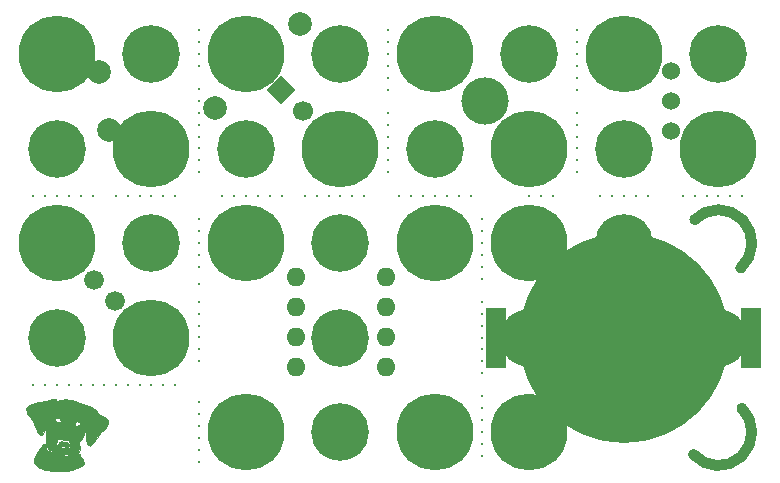
<source format=gts>
G04 #@! TF.FileFunction,Soldermask,Top*
%FSLAX46Y46*%
G04 Gerber Fmt 4.6, Leading zero omitted, Abs format (unit mm)*
G04 Created by KiCad (PCBNEW (2015-08-15 BZR 6092)-product) date 2/28/2016 12:14:40 PM*
%MOMM*%
G01*
G04 APERTURE LIST*
%ADD10C,0.100000*%
%ADD11C,0.889000*%
%ADD12C,0.010000*%
%ADD13C,1.676400*%
%ADD14C,0.330200*%
%ADD15C,1.700000*%
%ADD16O,1.600000X1.600000*%
%ADD17C,1.998980*%
%ADD18C,4.876800*%
%ADD19R,0.500000X3.000000*%
%ADD20R,0.500000X1.800000*%
%ADD21C,4.000000*%
%ADD22C,17.780000*%
%ADD23R,1.778000X5.080000*%
%ADD24C,6.500000*%
%ADD25C,1.524000*%
%ADD26C,2.000000*%
G04 APERTURE END LIST*
D10*
D11*
X166900000Y-57900000D02*
G75*
G03X170900000Y-58100000I2100000J1900000D01*
G01*
X171000000Y-58000000D02*
G75*
G03X171000000Y-54000000I-2000000J2000000D01*
G01*
X170900000Y-42100000D02*
G75*
G03X171100000Y-38100000I-1900000J2100000D01*
G01*
X171000000Y-38000000D02*
G75*
G03X167000000Y-38000000I-2000000J-2000000D01*
G01*
D12*
G36*
X112004159Y-57015412D02*
X112014000Y-57089658D01*
X112035882Y-57208858D01*
X112090476Y-57362617D01*
X112111588Y-57409101D01*
X112209177Y-57611086D01*
X112634924Y-57672643D01*
X112850081Y-57701435D01*
X113041923Y-57723023D01*
X113176355Y-57733680D01*
X113197736Y-57734200D01*
X113297959Y-57747446D01*
X113334800Y-57775645D01*
X113375231Y-57822799D01*
X113477820Y-57895346D01*
X113543755Y-57934530D01*
X113664136Y-57995069D01*
X113775136Y-58026117D01*
X113912181Y-58032614D01*
X114110696Y-58019501D01*
X114136513Y-58017191D01*
X114351786Y-57989961D01*
X114551337Y-57951601D01*
X114692920Y-57910277D01*
X114695761Y-57909106D01*
X114841055Y-57853446D01*
X114920890Y-57847584D01*
X114962100Y-57898839D01*
X114985800Y-57988200D01*
X115020602Y-58094784D01*
X115058147Y-58140567D01*
X115058977Y-58140600D01*
X115112068Y-58183607D01*
X115178799Y-58290096D01*
X115243507Y-58426264D01*
X115290533Y-58558309D01*
X115304213Y-58652429D01*
X115301474Y-58663979D01*
X115229145Y-58750824D01*
X115084683Y-58856068D01*
X114892539Y-58966569D01*
X114677159Y-59069185D01*
X114462992Y-59150775D01*
X114325400Y-59188663D01*
X113693191Y-59296078D01*
X113114391Y-59331232D01*
X112571935Y-59295048D01*
X112513996Y-59286789D01*
X112294494Y-59251709D01*
X112097379Y-59216450D01*
X111956552Y-59187191D01*
X111929796Y-59180352D01*
X111813834Y-59153769D01*
X111747300Y-59148266D01*
X111710461Y-59118471D01*
X111709200Y-59105800D01*
X111666658Y-59064506D01*
X111607746Y-59055000D01*
X111513569Y-59022377D01*
X111384602Y-58939031D01*
X111307037Y-58874984D01*
X111153596Y-58706955D01*
X111074929Y-58535698D01*
X111069268Y-58341659D01*
X111134844Y-58105281D01*
X111219697Y-57909385D01*
X111316844Y-57732415D01*
X111444021Y-57538613D01*
X111585855Y-57347166D01*
X111726971Y-57177261D01*
X111851998Y-57048085D01*
X111945563Y-56978828D01*
X111970568Y-56972200D01*
X112004159Y-57015412D01*
X112004159Y-57015412D01*
G37*
X112004159Y-57015412D02*
X112014000Y-57089658D01*
X112035882Y-57208858D01*
X112090476Y-57362617D01*
X112111588Y-57409101D01*
X112209177Y-57611086D01*
X112634924Y-57672643D01*
X112850081Y-57701435D01*
X113041923Y-57723023D01*
X113176355Y-57733680D01*
X113197736Y-57734200D01*
X113297959Y-57747446D01*
X113334800Y-57775645D01*
X113375231Y-57822799D01*
X113477820Y-57895346D01*
X113543755Y-57934530D01*
X113664136Y-57995069D01*
X113775136Y-58026117D01*
X113912181Y-58032614D01*
X114110696Y-58019501D01*
X114136513Y-58017191D01*
X114351786Y-57989961D01*
X114551337Y-57951601D01*
X114692920Y-57910277D01*
X114695761Y-57909106D01*
X114841055Y-57853446D01*
X114920890Y-57847584D01*
X114962100Y-57898839D01*
X114985800Y-57988200D01*
X115020602Y-58094784D01*
X115058147Y-58140567D01*
X115058977Y-58140600D01*
X115112068Y-58183607D01*
X115178799Y-58290096D01*
X115243507Y-58426264D01*
X115290533Y-58558309D01*
X115304213Y-58652429D01*
X115301474Y-58663979D01*
X115229145Y-58750824D01*
X115084683Y-58856068D01*
X114892539Y-58966569D01*
X114677159Y-59069185D01*
X114462992Y-59150775D01*
X114325400Y-59188663D01*
X113693191Y-59296078D01*
X113114391Y-59331232D01*
X112571935Y-59295048D01*
X112513996Y-59286789D01*
X112294494Y-59251709D01*
X112097379Y-59216450D01*
X111956552Y-59187191D01*
X111929796Y-59180352D01*
X111813834Y-59153769D01*
X111747300Y-59148266D01*
X111710461Y-59118471D01*
X111709200Y-59105800D01*
X111666658Y-59064506D01*
X111607746Y-59055000D01*
X111513569Y-59022377D01*
X111384602Y-58939031D01*
X111307037Y-58874984D01*
X111153596Y-58706955D01*
X111074929Y-58535698D01*
X111069268Y-58341659D01*
X111134844Y-58105281D01*
X111219697Y-57909385D01*
X111316844Y-57732415D01*
X111444021Y-57538613D01*
X111585855Y-57347166D01*
X111726971Y-57177261D01*
X111851998Y-57048085D01*
X111945563Y-56978828D01*
X111970568Y-56972200D01*
X112004159Y-57015412D01*
G36*
X112878400Y-53192202D02*
X112906677Y-53239588D01*
X112912804Y-53260448D01*
X112957538Y-53337771D01*
X113001844Y-53348086D01*
X113078556Y-53329269D01*
X113226000Y-53300744D01*
X113414479Y-53268197D01*
X113445022Y-53263228D01*
X113726390Y-53232608D01*
X113983951Y-53242038D01*
X114248497Y-53296561D01*
X114550817Y-53401219D01*
X114722173Y-53472374D01*
X114953661Y-53562538D01*
X115202395Y-53644509D01*
X115403882Y-53697985D01*
X115763910Y-53799996D01*
X116050740Y-53942395D01*
X116289801Y-54141173D01*
X116480557Y-54375013D01*
X116632572Y-54524731D01*
X116853853Y-54656878D01*
X116886054Y-54671551D01*
X117116939Y-54784340D01*
X117261896Y-54885043D01*
X117333935Y-54984672D01*
X117347959Y-55062373D01*
X117320702Y-55199743D01*
X117250274Y-55378227D01*
X117153573Y-55566249D01*
X117047494Y-55732236D01*
X116948934Y-55844612D01*
X116917769Y-55866274D01*
X116818145Y-55943514D01*
X116679758Y-56082920D01*
X116520882Y-56262578D01*
X116359790Y-56460575D01*
X116214758Y-56654997D01*
X116104057Y-56823930D01*
X116074424Y-56877609D01*
X115985974Y-57014416D01*
X115888480Y-57114657D01*
X115865337Y-57129663D01*
X115773836Y-57160095D01*
X115700602Y-57118846D01*
X115662966Y-57075753D01*
X115556237Y-56886420D01*
X115495487Y-56632973D01*
X115478786Y-56304272D01*
X115488813Y-56070500D01*
X115497747Y-55854134D01*
X115492929Y-55698325D01*
X115477434Y-55611419D01*
X115454333Y-55601766D01*
X115426700Y-55677714D01*
X115400054Y-55829362D01*
X115315415Y-56139816D01*
X115150359Y-56465471D01*
X114998063Y-56682761D01*
X114914995Y-56793666D01*
X114875568Y-56879660D01*
X114872916Y-56979214D01*
X114900175Y-57130799D01*
X114909901Y-57176818D01*
X114942151Y-57447424D01*
X114906828Y-57646166D01*
X114802159Y-57778597D01*
X114701092Y-57830037D01*
X114502842Y-57876684D01*
X114253797Y-57905146D01*
X114002187Y-57912165D01*
X113796243Y-57894484D01*
X113783672Y-57892007D01*
X113619184Y-57841738D01*
X113475263Y-57773012D01*
X113469435Y-57769274D01*
X113355399Y-57719986D01*
X113178117Y-57670596D01*
X112975395Y-57631585D01*
X112969763Y-57630750D01*
X112685093Y-57583349D01*
X112483247Y-57534384D01*
X112345572Y-57477265D01*
X112253415Y-57405405D01*
X112221874Y-57366571D01*
X112163549Y-57257199D01*
X113118282Y-57257199D01*
X113123211Y-57288867D01*
X113125889Y-57291609D01*
X113209103Y-57325635D01*
X113341510Y-57338094D01*
X113356345Y-57337722D01*
X113483383Y-57346020D01*
X113560265Y-57375128D01*
X113564402Y-57380221D01*
X113635919Y-57422973D01*
X113680698Y-57428622D01*
X113735418Y-57418829D01*
X113696591Y-57383501D01*
X113649697Y-57322813D01*
X113653987Y-57294819D01*
X113648768Y-57224355D01*
X113609695Y-57152430D01*
X113556386Y-57090944D01*
X113538737Y-57113153D01*
X113538000Y-57135534D01*
X113506311Y-57193892D01*
X113436400Y-57190119D01*
X113352819Y-57192742D01*
X113334800Y-57226197D01*
X113292366Y-57267930D01*
X113203948Y-57263830D01*
X113118282Y-57257199D01*
X112163549Y-57257199D01*
X112159930Y-57250413D01*
X112102273Y-57095538D01*
X112058904Y-56936967D01*
X112057115Y-56925028D01*
X112928400Y-56925028D01*
X112939858Y-57050925D01*
X112968423Y-57120049D01*
X112979200Y-57124600D01*
X113078537Y-57104005D01*
X113091529Y-57055189D01*
X113105847Y-56984429D01*
X113154059Y-56893357D01*
X113206001Y-56829080D01*
X113273073Y-56797123D01*
X113384801Y-56790557D01*
X113548771Y-56800692D01*
X113777837Y-56834782D01*
X113929680Y-56901768D01*
X114026602Y-57014110D01*
X114059516Y-57086099D01*
X114055872Y-57165847D01*
X113967682Y-57239002D01*
X113942651Y-57252503D01*
X113840508Y-57312005D01*
X113792521Y-57353116D01*
X113792000Y-57355472D01*
X113833077Y-57362131D01*
X113926816Y-57347594D01*
X114028974Y-57321202D01*
X114095311Y-57292294D01*
X114096667Y-57291152D01*
X114116986Y-57220058D01*
X114116509Y-57089972D01*
X114099539Y-56940354D01*
X114070382Y-56810662D01*
X114036897Y-56743231D01*
X113960698Y-56709394D01*
X113814186Y-56669070D01*
X113627850Y-56628453D01*
X113432183Y-56593738D01*
X113257675Y-56571119D01*
X113163543Y-56565800D01*
X113044224Y-56611800D01*
X112961209Y-56735577D01*
X112928467Y-56915791D01*
X112928400Y-56925028D01*
X112057115Y-56925028D01*
X112039829Y-56809726D01*
X112047471Y-56755939D01*
X112058078Y-56691340D01*
X112068174Y-56544736D01*
X112076811Y-56335721D01*
X112083043Y-56083890D01*
X112084462Y-55990701D01*
X112086546Y-55746064D01*
X112086118Y-55554426D01*
X112083384Y-55429827D01*
X112078731Y-55387897D01*
X114508390Y-55387897D01*
X114540544Y-55435123D01*
X114635833Y-55447718D01*
X114704775Y-55448200D01*
X114863643Y-55430065D01*
X114939467Y-55378479D01*
X114940506Y-55375969D01*
X114940013Y-55277575D01*
X114910136Y-55195202D01*
X114836577Y-55116482D01*
X114714442Y-55100387D01*
X114690324Y-55102333D01*
X114576126Y-55127223D01*
X114526784Y-55194583D01*
X114512681Y-55283100D01*
X114508390Y-55387897D01*
X112078731Y-55387897D01*
X112078554Y-55386308D01*
X112075682Y-55397400D01*
X112012148Y-55697383D01*
X111917751Y-55947188D01*
X111800592Y-56132740D01*
X111668772Y-56239968D01*
X111578593Y-56261000D01*
X111520988Y-56247556D01*
X111467555Y-56196222D01*
X111408001Y-56090489D01*
X111332030Y-55913853D01*
X111280480Y-55782980D01*
X111169224Y-55529797D01*
X111018982Y-55234322D01*
X110853494Y-54941221D01*
X112810373Y-54941221D01*
X112813498Y-54956180D01*
X112889765Y-55105184D01*
X113014766Y-55179706D01*
X113162652Y-55169745D01*
X113245900Y-55123484D01*
X113316997Y-55043089D01*
X113331723Y-54971059D01*
X113284000Y-54940200D01*
X113238931Y-54899054D01*
X113233200Y-54864000D01*
X113187966Y-54803383D01*
X113084954Y-54787800D01*
X112911063Y-54802422D01*
X112823443Y-54851139D01*
X112810373Y-54941221D01*
X110853494Y-54941221D01*
X110850712Y-54936294D01*
X110737874Y-54754280D01*
X110588702Y-54520686D01*
X110489086Y-54352252D01*
X110430720Y-54230624D01*
X110405301Y-54137447D01*
X110404524Y-54054365D01*
X110408297Y-54025800D01*
X110457907Y-53877826D01*
X110539889Y-53763302D01*
X110544278Y-53759589D01*
X110682831Y-53680398D01*
X110897871Y-53598352D01*
X111164807Y-53520878D01*
X111459047Y-53455403D01*
X111664911Y-53421135D01*
X111900921Y-53381640D01*
X112143466Y-53331427D01*
X112318800Y-53287151D01*
X112560454Y-53219176D01*
X112722679Y-53181214D01*
X112822864Y-53172483D01*
X112878400Y-53192202D01*
X112878400Y-53192202D01*
G37*
X112878400Y-53192202D02*
X112906677Y-53239588D01*
X112912804Y-53260448D01*
X112957538Y-53337771D01*
X113001844Y-53348086D01*
X113078556Y-53329269D01*
X113226000Y-53300744D01*
X113414479Y-53268197D01*
X113445022Y-53263228D01*
X113726390Y-53232608D01*
X113983951Y-53242038D01*
X114248497Y-53296561D01*
X114550817Y-53401219D01*
X114722173Y-53472374D01*
X114953661Y-53562538D01*
X115202395Y-53644509D01*
X115403882Y-53697985D01*
X115763910Y-53799996D01*
X116050740Y-53942395D01*
X116289801Y-54141173D01*
X116480557Y-54375013D01*
X116632572Y-54524731D01*
X116853853Y-54656878D01*
X116886054Y-54671551D01*
X117116939Y-54784340D01*
X117261896Y-54885043D01*
X117333935Y-54984672D01*
X117347959Y-55062373D01*
X117320702Y-55199743D01*
X117250274Y-55378227D01*
X117153573Y-55566249D01*
X117047494Y-55732236D01*
X116948934Y-55844612D01*
X116917769Y-55866274D01*
X116818145Y-55943514D01*
X116679758Y-56082920D01*
X116520882Y-56262578D01*
X116359790Y-56460575D01*
X116214758Y-56654997D01*
X116104057Y-56823930D01*
X116074424Y-56877609D01*
X115985974Y-57014416D01*
X115888480Y-57114657D01*
X115865337Y-57129663D01*
X115773836Y-57160095D01*
X115700602Y-57118846D01*
X115662966Y-57075753D01*
X115556237Y-56886420D01*
X115495487Y-56632973D01*
X115478786Y-56304272D01*
X115488813Y-56070500D01*
X115497747Y-55854134D01*
X115492929Y-55698325D01*
X115477434Y-55611419D01*
X115454333Y-55601766D01*
X115426700Y-55677714D01*
X115400054Y-55829362D01*
X115315415Y-56139816D01*
X115150359Y-56465471D01*
X114998063Y-56682761D01*
X114914995Y-56793666D01*
X114875568Y-56879660D01*
X114872916Y-56979214D01*
X114900175Y-57130799D01*
X114909901Y-57176818D01*
X114942151Y-57447424D01*
X114906828Y-57646166D01*
X114802159Y-57778597D01*
X114701092Y-57830037D01*
X114502842Y-57876684D01*
X114253797Y-57905146D01*
X114002187Y-57912165D01*
X113796243Y-57894484D01*
X113783672Y-57892007D01*
X113619184Y-57841738D01*
X113475263Y-57773012D01*
X113469435Y-57769274D01*
X113355399Y-57719986D01*
X113178117Y-57670596D01*
X112975395Y-57631585D01*
X112969763Y-57630750D01*
X112685093Y-57583349D01*
X112483247Y-57534384D01*
X112345572Y-57477265D01*
X112253415Y-57405405D01*
X112221874Y-57366571D01*
X112163549Y-57257199D01*
X113118282Y-57257199D01*
X113123211Y-57288867D01*
X113125889Y-57291609D01*
X113209103Y-57325635D01*
X113341510Y-57338094D01*
X113356345Y-57337722D01*
X113483383Y-57346020D01*
X113560265Y-57375128D01*
X113564402Y-57380221D01*
X113635919Y-57422973D01*
X113680698Y-57428622D01*
X113735418Y-57418829D01*
X113696591Y-57383501D01*
X113649697Y-57322813D01*
X113653987Y-57294819D01*
X113648768Y-57224355D01*
X113609695Y-57152430D01*
X113556386Y-57090944D01*
X113538737Y-57113153D01*
X113538000Y-57135534D01*
X113506311Y-57193892D01*
X113436400Y-57190119D01*
X113352819Y-57192742D01*
X113334800Y-57226197D01*
X113292366Y-57267930D01*
X113203948Y-57263830D01*
X113118282Y-57257199D01*
X112163549Y-57257199D01*
X112159930Y-57250413D01*
X112102273Y-57095538D01*
X112058904Y-56936967D01*
X112057115Y-56925028D01*
X112928400Y-56925028D01*
X112939858Y-57050925D01*
X112968423Y-57120049D01*
X112979200Y-57124600D01*
X113078537Y-57104005D01*
X113091529Y-57055189D01*
X113105847Y-56984429D01*
X113154059Y-56893357D01*
X113206001Y-56829080D01*
X113273073Y-56797123D01*
X113384801Y-56790557D01*
X113548771Y-56800692D01*
X113777837Y-56834782D01*
X113929680Y-56901768D01*
X114026602Y-57014110D01*
X114059516Y-57086099D01*
X114055872Y-57165847D01*
X113967682Y-57239002D01*
X113942651Y-57252503D01*
X113840508Y-57312005D01*
X113792521Y-57353116D01*
X113792000Y-57355472D01*
X113833077Y-57362131D01*
X113926816Y-57347594D01*
X114028974Y-57321202D01*
X114095311Y-57292294D01*
X114096667Y-57291152D01*
X114116986Y-57220058D01*
X114116509Y-57089972D01*
X114099539Y-56940354D01*
X114070382Y-56810662D01*
X114036897Y-56743231D01*
X113960698Y-56709394D01*
X113814186Y-56669070D01*
X113627850Y-56628453D01*
X113432183Y-56593738D01*
X113257675Y-56571119D01*
X113163543Y-56565800D01*
X113044224Y-56611800D01*
X112961209Y-56735577D01*
X112928467Y-56915791D01*
X112928400Y-56925028D01*
X112057115Y-56925028D01*
X112039829Y-56809726D01*
X112047471Y-56755939D01*
X112058078Y-56691340D01*
X112068174Y-56544736D01*
X112076811Y-56335721D01*
X112083043Y-56083890D01*
X112084462Y-55990701D01*
X112086546Y-55746064D01*
X112086118Y-55554426D01*
X112083384Y-55429827D01*
X112078731Y-55387897D01*
X114508390Y-55387897D01*
X114540544Y-55435123D01*
X114635833Y-55447718D01*
X114704775Y-55448200D01*
X114863643Y-55430065D01*
X114939467Y-55378479D01*
X114940506Y-55375969D01*
X114940013Y-55277575D01*
X114910136Y-55195202D01*
X114836577Y-55116482D01*
X114714442Y-55100387D01*
X114690324Y-55102333D01*
X114576126Y-55127223D01*
X114526784Y-55194583D01*
X114512681Y-55283100D01*
X114508390Y-55387897D01*
X112078731Y-55387897D01*
X112078554Y-55386308D01*
X112075682Y-55397400D01*
X112012148Y-55697383D01*
X111917751Y-55947188D01*
X111800592Y-56132740D01*
X111668772Y-56239968D01*
X111578593Y-56261000D01*
X111520988Y-56247556D01*
X111467555Y-56196222D01*
X111408001Y-56090489D01*
X111332030Y-55913853D01*
X111280480Y-55782980D01*
X111169224Y-55529797D01*
X111018982Y-55234322D01*
X110853494Y-54941221D01*
X112810373Y-54941221D01*
X112813498Y-54956180D01*
X112889765Y-55105184D01*
X113014766Y-55179706D01*
X113162652Y-55169745D01*
X113245900Y-55123484D01*
X113316997Y-55043089D01*
X113331723Y-54971059D01*
X113284000Y-54940200D01*
X113238931Y-54899054D01*
X113233200Y-54864000D01*
X113187966Y-54803383D01*
X113084954Y-54787800D01*
X112911063Y-54802422D01*
X112823443Y-54851139D01*
X112810373Y-54941221D01*
X110853494Y-54941221D01*
X110850712Y-54936294D01*
X110737874Y-54754280D01*
X110588702Y-54520686D01*
X110489086Y-54352252D01*
X110430720Y-54230624D01*
X110405301Y-54137447D01*
X110404524Y-54054365D01*
X110408297Y-54025800D01*
X110457907Y-53877826D01*
X110539889Y-53763302D01*
X110544278Y-53759589D01*
X110682831Y-53680398D01*
X110897871Y-53598352D01*
X111164807Y-53520878D01*
X111459047Y-53455403D01*
X111664911Y-53421135D01*
X111900921Y-53381640D01*
X112143466Y-53331427D01*
X112318800Y-53287151D01*
X112560454Y-53219176D01*
X112722679Y-53181214D01*
X112822864Y-53172483D01*
X112878400Y-53192202D01*
G36*
X113080800Y-57099200D02*
X113055400Y-57124600D01*
X113030000Y-57099200D01*
X113055400Y-57073800D01*
X113080800Y-57099200D01*
X113080800Y-57099200D01*
G37*
X113080800Y-57099200D02*
X113055400Y-57124600D01*
X113030000Y-57099200D01*
X113055400Y-57073800D01*
X113080800Y-57099200D01*
G36*
X114046000Y-56845200D02*
X114020600Y-56870600D01*
X113995200Y-56845200D01*
X114020600Y-56819800D01*
X114046000Y-56845200D01*
X114046000Y-56845200D01*
G37*
X114046000Y-56845200D02*
X114020600Y-56870600D01*
X113995200Y-56845200D01*
X114020600Y-56819800D01*
X114046000Y-56845200D01*
D13*
X116101974Y-43101974D03*
X117898026Y-44898026D03*
D14*
X125000000Y-58516000D03*
X125000000Y-56484000D03*
X125000000Y-57500000D03*
X125000000Y-55516000D03*
X125000000Y-53484000D03*
X125000000Y-54500000D03*
X120016000Y-36000000D03*
X117984000Y-36000000D03*
X119000000Y-36000000D03*
X116016000Y-36000000D03*
X113984000Y-36000000D03*
X115000000Y-36000000D03*
X113016000Y-36000000D03*
X110984000Y-36000000D03*
X112000000Y-36000000D03*
X144016000Y-36000000D03*
X141984000Y-36000000D03*
X143000000Y-36000000D03*
X148016000Y-36000000D03*
X145984000Y-36000000D03*
X147000000Y-36000000D03*
X120016000Y-52000000D03*
X117984000Y-52000000D03*
X119000000Y-52000000D03*
X116016000Y-52000000D03*
X113984000Y-52000000D03*
X115000000Y-52000000D03*
X123016000Y-52000000D03*
X120984000Y-52000000D03*
X122000000Y-52000000D03*
X113016000Y-52000000D03*
X110984000Y-52000000D03*
X112000000Y-52000000D03*
X123016000Y-36000000D03*
X120984000Y-36000000D03*
X122000000Y-36000000D03*
X125000000Y-40016000D03*
X125000000Y-37984000D03*
X125000000Y-39000000D03*
X125000000Y-47016000D03*
X125000000Y-44984000D03*
X125000000Y-46000000D03*
X125000000Y-50016000D03*
X125000000Y-47984000D03*
X125000000Y-49000000D03*
X149000000Y-48016000D03*
X149000000Y-45984000D03*
X149000000Y-47000000D03*
X149000000Y-51016000D03*
X149000000Y-48984000D03*
X149000000Y-50000000D03*
X149000000Y-55016000D03*
X149000000Y-52984000D03*
X149000000Y-54000000D03*
X149000000Y-43016000D03*
X149000000Y-40984000D03*
X149000000Y-42000000D03*
X149000000Y-40016000D03*
X149000000Y-37984000D03*
X149000000Y-39000000D03*
X149000000Y-58016000D03*
X149000000Y-55984000D03*
X149000000Y-57000000D03*
X133984000Y-36000000D03*
X136016000Y-36000000D03*
X135000000Y-36000000D03*
X129984000Y-36000000D03*
X132016000Y-36000000D03*
X131000000Y-36000000D03*
X126984000Y-36000000D03*
X129016000Y-36000000D03*
X128000000Y-36000000D03*
X136984000Y-36000000D03*
X139016000Y-36000000D03*
X138000000Y-36000000D03*
X125000000Y-31016000D03*
X125000000Y-28984000D03*
X125000000Y-30000000D03*
X125000000Y-34016000D03*
X125000000Y-31984000D03*
X125000000Y-33000000D03*
X125000000Y-24016000D03*
X125000000Y-21984000D03*
X125000000Y-23000000D03*
X141000000Y-27016000D03*
X141000000Y-24984000D03*
X141000000Y-26000000D03*
X141000000Y-31016000D03*
X141000000Y-28984000D03*
X141000000Y-30000000D03*
X141000000Y-34016000D03*
X141000000Y-31984000D03*
X141000000Y-33000000D03*
X141000000Y-24016000D03*
X141000000Y-21984000D03*
X141000000Y-23000000D03*
X157000000Y-27016000D03*
X157000000Y-24984000D03*
X157000000Y-26000000D03*
X157000000Y-24016000D03*
X157000000Y-21984000D03*
X157000000Y-23000000D03*
X157000000Y-31016000D03*
X157000000Y-28984000D03*
X157000000Y-30000000D03*
X157000000Y-34016000D03*
X157000000Y-31984000D03*
X157000000Y-33000000D03*
X152984000Y-36000000D03*
X155016000Y-36000000D03*
X154000000Y-36000000D03*
X163016000Y-36000000D03*
X162000000Y-36000000D03*
X165984000Y-36000000D03*
X168016000Y-36000000D03*
X167000000Y-36000000D03*
X158984000Y-36000000D03*
X161016000Y-36000000D03*
X160000000Y-36000000D03*
D10*
G36*
X132000000Y-28202082D02*
X130797918Y-27000000D01*
X132000000Y-25797918D01*
X133202082Y-27000000D01*
X132000000Y-28202082D01*
X132000000Y-28202082D01*
G37*
D15*
X133796051Y-28796051D03*
D16*
X133200000Y-42900000D03*
X133200000Y-45440000D03*
X133200000Y-47980000D03*
X133200000Y-50520000D03*
X140820000Y-50520000D03*
X140820000Y-47980000D03*
X140820000Y-45440000D03*
X140820000Y-42900000D03*
D17*
X126407898Y-28592102D03*
X133592102Y-21407898D03*
D18*
X169000000Y-24000000D03*
X161000000Y-32000000D03*
X153000000Y-24000000D03*
X145000000Y-32000000D03*
X137000000Y-24000000D03*
X129000000Y-32000000D03*
X113000000Y-48000000D03*
X121000000Y-40000000D03*
X113000000Y-32000000D03*
X121000000Y-24000000D03*
D19*
X150250000Y-28000000D03*
D20*
X147615000Y-28000000D03*
D21*
X149250000Y-28000000D03*
D22*
X161000000Y-48000000D03*
D23*
X150205000Y-48000000D03*
X171795000Y-48000000D03*
D18*
X137000000Y-40000000D03*
D24*
X145000000Y-56000000D03*
X129000000Y-40000000D03*
X129000000Y-56000000D03*
X145000000Y-40000000D03*
D18*
X137000000Y-48000000D03*
X137000000Y-56000000D03*
X161000000Y-48000000D03*
D24*
X161000000Y-24000000D03*
X169000000Y-32000000D03*
D18*
X169000000Y-48000000D03*
X153000000Y-48000000D03*
D25*
X165000000Y-28000000D03*
X165000000Y-30540000D03*
X165000000Y-25460000D03*
D24*
X129000000Y-24000000D03*
X137000000Y-32000000D03*
X145000000Y-24000000D03*
X153000000Y-32000000D03*
X153000000Y-40000000D03*
X153000000Y-56000000D03*
D18*
X161000000Y-40000000D03*
D24*
X113000000Y-40000000D03*
X121000000Y-48000000D03*
X113000000Y-24000000D03*
X121000000Y-32000000D03*
D26*
X117434120Y-30462019D03*
X116565880Y-25537981D03*
D14*
X168984000Y-36000000D03*
X171016000Y-36000000D03*
X170000000Y-36000000D03*
X125000000Y-26984000D03*
X125000000Y-28000000D03*
X125000000Y-25000000D03*
X149000000Y-45000000D03*
X125000000Y-40984000D03*
X125000000Y-42000000D03*
X117000000Y-52000000D03*
X145000000Y-36000000D03*
X125000000Y-43500000D03*
M02*

</source>
